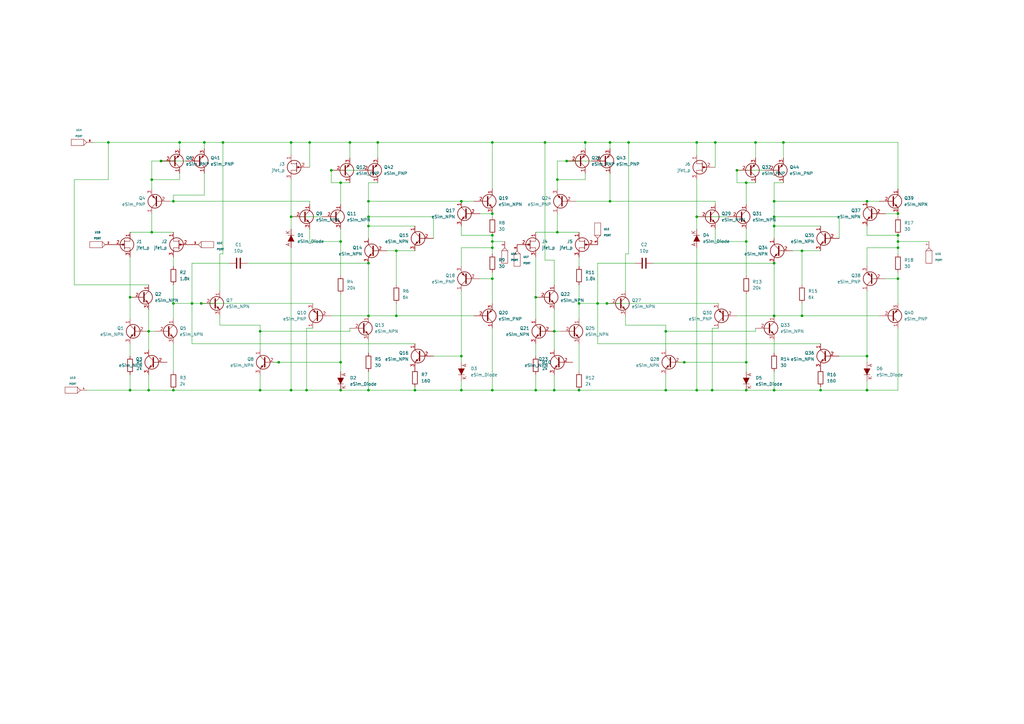
<source format=kicad_sch>
(kicad_sch (version 20211123) (generator eeschema)
  (paper "A3")
  (lib_symbols
    (symbol "eSim_Devices:capacitor" (pin_numbers hide) (pin_names (offset 0.254))
      (property "Reference" "C" (at 0.635 2.54 0))
      (property "Value" "capacitor" (at 0.635 -2.54 0))
      (symbol "capacitor_0_1"
        (polyline (pts (xy -2.032 -0.762) (xy 2.032 -0.762)) (stroke (width 0.508)))
        (polyline (pts (xy -2.032 0.762) (xy 2.032 0.762)) (stroke (width 0.508)))
      )
      (symbol "capacitor_1_1"
        (pin passive line (at 0 3.81 270) (length 2.794) (name "~") (number "1"))
        (pin passive line (at 0 -3.81 90) (length 2.794) (name "~") (number "2"))
      )
    )
    (symbol "eSim_Devices:eSim_Diode" (pin_numbers hide) (pin_names (offset 1.016) hide)
      (property "Reference" "D" (at 0 2.54 0))
      (property "Value" "eSim_Diode" (at 0 -2.54 0))
      (symbol "eSim_Diode_0_0"
        (text "A" (at -2.54 1.27 0) (effects (font (size 1.524 1.524))))
        (text "K" (at 2.54 1.27 0) (effects (font (size 1.524 1.524))))
      )
      (symbol "eSim_Diode_0_1"
        (polyline (pts (xy 1.27 1.27) (xy 1.27 -1.27)) (stroke (width 0.1524)))
        (polyline (pts (xy -1.27 1.27) (xy 1.27 0) (xy -1.27 -1.27)) (fill (type outline)))
      )
      (symbol "eSim_Diode_1_1"
        (pin passive line (at -3.81 0 0) (length 2.54) (name "A") (number "1"))
        (pin passive line (at 3.81 0 180) (length 2.54) (name "K") (number "2"))
      )
    )
    (symbol "eSim_Devices:eSim_NPN" (pin_names (offset 0) hide)
      (property "Reference" "Q" (at -2.54 1.27 0))
      (property "Value" "eSim_NPN" (at -1.27 3.81 0))
      (symbol "eSim_NPN_0_1"
        (polyline (pts (xy 0.635 0.635) (xy 2.54 2.54)))
        (polyline (pts (xy 0.635 -0.635) (xy 2.54 -2.54) (xy 2.54 -2.54)))
        (polyline (pts (xy 0.635 1.905) (xy 0.635 -1.905) (xy 0.635 -1.905)) (stroke (width 0.508)))
        (polyline (pts (xy 1.27 -1.778) (xy 1.778 -1.27) (xy 2.286 -2.286) (xy 1.27 -1.778) (xy 1.27 -1.778)) (fill (type outline)))
        (circle (center 1.27 0) (radius 2.8194) (stroke (width 0.254)))
      )
      (symbol "eSim_NPN_1_1"
        (pin passive line (at 2.54 5.08 270) (length 2.54) (name "C") (number "1"))
        (pin passive line (at -5.08 0 0) (length 5.715) (name "B") (number "2"))
        (pin passive line (at 2.54 -5.08 90) (length 2.54) (name "E") (number "3"))
      )
    )
    (symbol "eSim_Devices:eSim_PNP" (pin_names (offset 0) hide)
      (property "Reference" "Q" (at -2.54 1.27 0))
      (property "Value" "eSim_PNP" (at -1.27 3.81 0))
      (symbol "eSim_PNP_0_1"
        (polyline (pts (xy 0.635 0.635) (xy 2.54 2.54)))
        (polyline (pts (xy 0.635 -0.635) (xy 2.54 -2.54) (xy 2.54 -2.54)))
        (polyline (pts (xy 0.635 1.905) (xy 0.635 -1.905) (xy 0.635 -1.905)) (stroke (width 0.508)))
        (polyline (pts (xy 2.286 -1.778) (xy 1.778 -2.286) (xy 1.27 -1.27) (xy 2.286 -1.778) (xy 2.286 -1.778)) (fill (type outline)))
        (circle (center 1.27 0) (radius 2.8194) (stroke (width 0.254)))
      )
      (symbol "eSim_PNP_1_1"
        (pin passive line (at 2.54 5.08 270) (length 2.54) (name "C") (number "1"))
        (pin passive line (at -5.08 0 0) (length 5.715) (name "B") (number "2"))
        (pin passive line (at 2.54 -5.08 90) (length 2.54) (name "E") (number "3"))
      )
    )
    (symbol "eSim_Devices:jfet_p" (pin_names (offset 0) hide)
      (property "Reference" "J" (at -2.54 1.27 0))
      (property "Value" "jfet_p" (at -1.27 3.81 0))
      (symbol "jfet_p_0_1"
        (polyline (pts (xy 0.254 1.905) (xy 0.254 -1.905) (xy 0.254 -1.905)) (stroke (width 0.254)))
        (polyline (pts (xy 2.54 -2.54) (xy 2.54 -1.27) (xy 0.254 -1.27)))
        (polyline (pts (xy 2.54 2.54) (xy 2.54 1.397) (xy 0.254 1.397)))
        (polyline (pts (xy -1.143 0) (xy -0.127 0.381) (xy -0.127 -0.381) (xy -1.143 0)) (fill (type outline)))
        (circle (center 1.27 0) (radius 2.8194) (stroke (width 0.254)))
      )
      (symbol "jfet_p_1_1"
        (pin passive line (at 2.54 5.08 270) (length 2.54) (name "D") (number "1"))
        (pin passive line (at -5.08 0 0) (length 5.334) (name "G") (number "2"))
        (pin passive line (at 2.54 -5.08 90) (length 2.54) (name "S") (number "3"))
      )
    )
    (symbol "eSim_Devices:resistor" (pin_numbers hide) (pin_names (offset 0))
      (property "Reference" "R" (at 1.27 3.302 0))
      (property "Value" "resistor" (at 1.27 -1.27 0))
      (symbol "resistor_0_1"
        (rectangle (start 3.81 0.254) (end -1.27 2.286) (stroke (width 0.254)))
      )
      (symbol "resistor_1_1"
        (pin passive line (at -2.54 1.27 0) (length 1.27) (name "~") (number "1"))
        (pin passive line (at 5.08 1.27 180) (length 1.27) (name "~") (number "2"))
      )
    )
    (symbol "eSim_Miscellaneous:PORT" (pin_names (offset 1.016))
      (property "Reference" "U" (at 1.27 2.54 0))
      (property "Value" "PORT" (at 0 0 0))
      (symbol "PORT_0_1"
        (rectangle (start -2.54 1.27) (end 2.54 -1.27))
        (arc (start 2.54 1.27) (mid 3.1355 0.5955) (end 3.81 0))
        (arc (start 3.81 0) (mid 3.1447 -0.6046) (end 2.54 -1.27))
      )
      (symbol "PORT_1_1"
        (pin bidirectional line (at 6.35 0 180) (length 2.54) (name "~") (number "1"))
      )
      (symbol "PORT_2_1"
        (pin bidirectional line (at 6.35 0 180) (length 2.54) (name "~") (number "2"))
      )
      (symbol "PORT_3_1"
        (pin bidirectional line (at 6.35 0 180) (length 2.54) (name "~") (number "3"))
      )
      (symbol "PORT_4_1"
        (pin bidirectional line (at 6.35 0 180) (length 2.54) (name "~") (number "4"))
      )
      (symbol "PORT_5_1"
        (pin bidirectional line (at 6.35 0 180) (length 2.54) (name "~") (number "5"))
      )
      (symbol "PORT_6_1"
        (pin bidirectional line (at 6.35 0 180) (length 2.54) (name "~") (number "6"))
      )
      (symbol "PORT_7_1"
        (pin bidirectional line (at 6.35 0 180) (length 2.54) (name "~") (number "7"))
      )
      (symbol "PORT_8_1"
        (pin bidirectional line (at 6.35 0 180) (length 2.54) (name "~") (number "8"))
      )
      (symbol "PORT_9_1"
        (pin bidirectional line (at 6.35 0 180) (length 2.54) (name "~") (number "9"))
      )
      (symbol "PORT_10_1"
        (pin bidirectional line (at 6.35 0 180) (length 2.54) (name "~") (number "10"))
      )
      (symbol "PORT_11_1"
        (pin bidirectional line (at 6.35 0 180) (length 2.54) (name "~") (number "11"))
      )
      (symbol "PORT_12_1"
        (pin bidirectional line (at 6.35 0 180) (length 2.54) (name "~") (number "12"))
      )
      (symbol "PORT_13_1"
        (pin bidirectional line (at 6.35 0 180) (length 2.54) (name "~") (number "13"))
      )
      (symbol "PORT_14_1"
        (pin bidirectional line (at 6.35 0 180) (length 2.54) (name "~") (number "14"))
      )
      (symbol "PORT_15_1"
        (pin bidirectional line (at 6.35 0 180) (length 2.54) (name "~") (number "15"))
      )
      (symbol "PORT_16_1"
        (pin bidirectional line (at 6.35 0 180) (length 2.54) (name "~") (number "16"))
      )
      (symbol "PORT_17_1"
        (pin bidirectional line (at 6.35 0 180) (length 2.54) (name "~") (number "17"))
      )
      (symbol "PORT_18_1"
        (pin bidirectional line (at 6.35 0 180) (length 2.54) (name "~") (number "18"))
      )
      (symbol "PORT_19_1"
        (pin bidirectional line (at 6.35 0 180) (length 2.54) (name "~") (number "19"))
      )
      (symbol "PORT_20_1"
        (pin bidirectional line (at 6.35 0 180) (length 2.54) (name "~") (number "20"))
      )
      (symbol "PORT_21_1"
        (pin bidirectional line (at 6.35 0 180) (length 2.54) (name "~") (number "21"))
      )
      (symbol "PORT_22_1"
        (pin bidirectional line (at 6.35 0 180) (length 2.54) (name "~") (number "22"))
      )
      (symbol "PORT_23_1"
        (pin bidirectional line (at 6.35 0 180) (length 2.54) (name "~") (number "23"))
      )
      (symbol "PORT_24_1"
        (pin bidirectional line (at 6.35 0 180) (length 2.54) (name "~") (number "24"))
      )
      (symbol "PORT_25_1"
        (pin bidirectional line (at 6.35 0 180) (length 2.54) (name "~") (number "25"))
      )
      (symbol "PORT_26_1"
        (pin bidirectional line (at 6.35 0 180) (length 2.54) (name "~") (number "26"))
      )
    )
  )
  (junction (at 223.52 58.42))
  (junction (at 285.75 160.02))
  (junction (at 106.68 135.89))
  (junction (at 201.93 101.6))
  (junction (at 355.6 82.55))
  (junction (at 317.5 92.71))
  (junction (at 237.49 124.46))
  (junction (at 91.44 58.42))
  (junction (at 151.13 129.54))
  (junction (at 355.6 146.05))
  (junction (at 71.12 160.02))
  (junction (at 280.67 148.59))
  (junction (at 62.23 95.25))
  (junction (at 53.34 121.92))
  (junction (at 368.3 114.3))
  (junction (at 240.03 58.42))
  (junction (at 368.3 101.6))
  (junction (at 139.7 99.06))
  (junction (at 151.13 92.71))
  (junction (at 151.13 82.55))
  (junction (at 248.92 124.46))
  (junction (at 292.1 160.02))
  (junction (at 355.6 160.02))
  (junction (at 317.5 129.54))
  (junction (at 139.7 160.02))
  (junction (at 317.5 107.95))
  (junction (at 106.68 160.02))
  (junction (at 83.82 58.42))
  (junction (at 336.55 160.02))
  (junction (at 139.7 148.59))
  (junction (at 53.34 160.02))
  (junction (at 162.56 102.87))
  (junction (at 368.3 99.06))
  (junction (at 201.93 96.52))
  (junction (at 227.33 160.02))
  (junction (at 309.88 58.42))
  (junction (at 273.05 135.89))
  (junction (at 60.96 135.89))
  (junction (at 368.3 96.52))
  (junction (at 119.38 58.42))
  (junction (at 285.75 88.9))
  (junction (at 285.75 58.42))
  (junction (at 306.07 99.06))
  (junction (at 60.96 160.02))
  (junction (at 71.12 82.55))
  (junction (at 82.55 124.46))
  (junction (at 237.49 160.02))
  (junction (at 227.33 135.89))
  (junction (at 368.3 87.63))
  (junction (at 151.13 107.95))
  (junction (at 135.89 69.85))
  (junction (at 228.6 73.66))
  (junction (at 62.23 73.66))
  (junction (at 201.93 160.02))
  (junction (at 306.07 74.93))
  (junction (at 201.93 114.3))
  (junction (at 189.23 146.05))
  (junction (at 66.04 66.04))
  (junction (at 119.38 160.02))
  (junction (at 245.11 124.46))
  (junction (at 306.07 160.02))
  (junction (at 189.23 160.02))
  (junction (at 328.93 129.54))
  (junction (at 306.07 148.59))
  (junction (at 71.12 124.46))
  (junction (at 201.93 58.42))
  (junction (at 317.5 82.55))
  (junction (at 219.71 160.02))
  (junction (at 143.51 58.42))
  (junction (at 151.13 160.02))
  (junction (at 328.93 102.87))
  (junction (at 250.19 82.55))
  (junction (at 78.74 124.46))
  (junction (at 250.19 58.42))
  (junction (at 321.31 58.42))
  (junction (at 114.3 148.59))
  (junction (at 302.26 69.85))
  (junction (at 139.7 74.93))
  (junction (at 162.56 129.54))
  (junction (at 125.73 160.02))
  (junction (at 219.71 121.92))
  (junction (at 189.23 82.55))
  (junction (at 44.45 58.42))
  (junction (at 119.38 88.9))
  (junction (at 228.6 95.25))
  (junction (at 232.41 66.04))
  (junction (at 317.5 160.02))
  (junction (at 201.93 87.63))
  (junction (at 201.93 99.06))
  (junction (at 73.66 58.42))
  (junction (at 154.94 58.42))
  (junction (at 127 58.42))
  (junction (at 293.37 58.42))
  (junction (at 151.13 88.9))
  (junction (at 170.18 160.02))
  (junction (at 257.81 58.42))
  (junction (at 273.05 160.02))
  (junction (at 317.5 88.9))
  (wire (pts (xy 143.51 134.62) (xy 143.51 135.89)))
  (wire (pts (xy 219.71 140.97) (xy 219.71 146.05)))
  (wire (pts (xy 368.3 160.02) (xy 355.6 160.02)))
  (wire (pts (xy 306.07 120.65) (xy 306.07 148.59)))
  (wire (pts (xy 111.76 148.59) (xy 114.3 148.59)))
  (wire (pts (xy 139.7 74.93) (xy 139.7 83.82)))
  (wire (pts (xy 240.03 71.12) (xy 240.03 73.66)))
  (wire (pts (xy 143.51 135.89) (xy 106.68 135.89)))
  (wire (pts (xy 302.26 69.85) (xy 313.69 69.85)))
  (wire (pts (xy 302.26 74.93) (xy 306.07 74.93)))
  (wire (pts (xy 147.32 69.85) (xy 135.89 69.85)))
  (wire (pts (xy 237.49 105.41) (xy 237.49 109.22)))
  (wire (pts (xy 78.74 140.97) (xy 78.74 124.46)))
  (wire (pts (xy 336.55 140.97) (xy 245.11 140.97)))
  (wire (pts (xy 368.3 114.3) (xy 363.22 114.3)))
  (wire (pts (xy 35.56 160.02) (xy 53.34 160.02)))
  (wire (pts (xy 245.11 124.46) (xy 245.11 107.95)))
  (wire (pts (xy 62.23 66.04) (xy 62.23 73.66)))
  (wire (pts (xy 228.6 73.66) (xy 228.6 77.47)))
  (wire (pts (xy 60.96 116.84) (xy 30.48 116.84)))
  (wire (pts (xy 69.85 82.55) (xy 71.12 82.55)))
  (wire (pts (xy 106.68 160.02) (xy 71.12 160.02)))
  (wire (pts (xy 90.17 129.54) (xy 90.17 133.35)))
  (wire (pts (xy 201.93 99.06) (xy 207.01 99.06)))
  (wire (pts (xy 53.34 140.97) (xy 53.34 146.05)))
  (wire (pts (xy 151.13 74.93) (xy 151.13 82.55)))
  (wire (pts (xy 189.23 146.05) (xy 189.23 148.59)))
  (wire (pts (xy 154.94 58.42) (xy 154.94 64.77)))
  (wire (pts (xy 292.1 134.62) (xy 292.1 160.02)))
  (wire (pts (xy 189.23 119.38) (xy 189.23 146.05)))
  (wire (pts (xy 219.71 121.92) (xy 219.71 130.81)))
  (wire (pts (xy 285.75 160.02) (xy 292.1 160.02)))
  (wire (pts (xy 368.3 134.62) (xy 368.3 160.02)))
  (wire (pts (xy 78.74 107.95) (xy 93.98 107.95)))
  (wire (pts (xy 273.05 135.89) (xy 273.05 143.51)))
  (wire (pts (xy 127 83.82) (xy 127 82.55)))
  (wire (pts (xy 309.88 58.42) (xy 293.37 58.42)))
  (wire (pts (xy 278.13 148.59) (xy 280.67 148.59)))
  (wire (pts (xy 285.75 73.66) (xy 285.75 88.9)))
  (wire (pts (xy 189.23 109.22) (xy 189.23 101.6)))
  (wire (pts (xy 219.71 160.02) (xy 227.33 160.02)))
  (wire (pts (xy 250.19 82.55) (xy 293.37 82.55)))
  (wire (pts (xy 66.04 66.04) (xy 76.2 66.04)))
  (wire (pts (xy 355.6 156.21) (xy 355.6 160.02)))
  (wire (pts (xy 83.82 58.42) (xy 91.44 58.42)))
  (wire (pts (xy 336.55 160.02) (xy 317.5 160.02)))
  (wire (pts (xy 30.48 73.66) (xy 44.45 73.66)))
  (wire (pts (xy 267.97 107.95) (xy 317.5 107.95)))
  (wire (pts (xy 60.96 135.89) (xy 63.5 135.89)))
  (wire (pts (xy 62.23 87.63) (xy 62.23 95.25)))
  (wire (pts (xy 127 93.98) (xy 127 99.06)))
  (wire (pts (xy 154.94 58.42) (xy 143.51 58.42)))
  (wire (pts (xy 119.38 58.42) (xy 119.38 63.5)))
  (wire (pts (xy 201.93 58.42) (xy 154.94 58.42)))
  (wire (pts (xy 30.48 116.84) (xy 30.48 73.66)))
  (wire (pts (xy 143.51 64.77) (xy 143.51 58.42)))
  (wire (pts (xy 127 58.42) (xy 119.38 58.42)))
  (wire (pts (xy 285.75 88.9) (xy 285.75 93.98)))
  (wire (pts (xy 309.88 134.62) (xy 309.88 135.89)))
  (wire (pts (xy 355.6 146.05) (xy 355.6 148.59)))
  (wire (pts (xy 256.54 104.14) (xy 257.81 104.14)))
  (wire (pts (xy 317.5 139.7) (xy 317.5 144.78)))
  (wire (pts (xy 60.96 160.02) (xy 71.12 160.02)))
  (wire (pts (xy 106.68 135.89) (xy 106.68 143.51)))
  (wire (pts (xy 119.38 88.9) (xy 132.08 88.9)))
  (wire (pts (xy 53.34 95.25) (xy 62.23 95.25)))
  (wire (pts (xy 223.52 106.68) (xy 223.52 58.42)))
  (wire (pts (xy 135.89 129.54) (xy 151.13 129.54)))
  (wire (pts (xy 245.11 140.97) (xy 245.11 124.46)))
  (wire (pts (xy 201.93 87.63) (xy 196.85 87.63)))
  (wire (pts (xy 368.3 101.6) (xy 368.3 104.14)))
  (wire (pts (xy 285.75 58.42) (xy 285.75 63.5)))
  (wire (pts (xy 227.33 106.68) (xy 223.52 106.68)))
  (wire (pts (xy 256.54 119.38) (xy 256.54 104.14)))
  (wire (pts (xy 44.45 73.66) (xy 44.45 58.42)))
  (wire (pts (xy 293.37 68.58) (xy 293.37 58.42)))
  (wire (pts (xy 83.82 71.12) (xy 83.82 80.01)))
  (wire (pts (xy 273.05 160.02) (xy 285.75 160.02)))
  (wire (pts (xy 38.1 58.42) (xy 44.45 58.42)))
  (wire (pts (xy 189.23 146.05) (xy 177.8 146.05)))
  (wire (pts (xy 317.5 160.02) (xy 306.07 160.02)))
  (wire (pts (xy 306.07 99.06) (xy 306.07 113.03)))
  (wire (pts (xy 306.07 148.59) (xy 306.07 152.4)))
  (wire (pts (xy 201.93 99.06) (xy 201.93 101.6)))
  (wire (pts (xy 71.12 124.46) (xy 78.74 124.46)))
  (wire (pts (xy 158.75 102.87) (xy 162.56 102.87)))
  (wire (pts (xy 257.81 58.42) (xy 285.75 58.42)))
  (wire (pts (xy 151.13 92.71) (xy 151.13 97.79)))
  (wire (pts (xy 201.93 88.9) (xy 201.93 87.63)))
  (wire (pts (xy 151.13 92.71) (xy 170.18 92.71)))
  (wire (pts (xy 355.6 92.71) (xy 355.6 96.52)))
  (wire (pts (xy 227.33 116.84) (xy 227.33 106.68)))
  (wire (pts (xy 355.6 82.55) (xy 360.68 82.55)))
  (wire (pts (xy 355.6 101.6) (xy 368.3 101.6)))
  (wire (pts (xy 151.13 74.93) (xy 154.94 74.93)))
  (wire (pts (xy 273.05 153.67) (xy 273.05 160.02)))
  (wire (pts (xy 328.93 102.87) (xy 336.55 102.87)))
  (wire (pts (xy 328.93 116.84) (xy 328.93 102.87)))
  (wire (pts (xy 44.45 58.42) (xy 73.66 58.42)))
  (wire (pts (xy 71.12 116.84) (xy 71.12 124.46)))
  (wire (pts (xy 201.93 96.52) (xy 201.93 99.06)))
  (wire (pts (xy 227.33 135.89) (xy 227.33 143.51)))
  (wire (pts (xy 151.13 160.02) (xy 139.7 160.02)))
  (wire (pts (xy 201.93 77.47) (xy 201.93 58.42)))
  (wire (pts (xy 236.22 82.55) (xy 250.19 82.55)))
  (wire (pts (xy 237.49 140.97) (xy 237.49 152.4)))
  (wire (pts (xy 162.56 102.87) (xy 170.18 102.87)))
  (wire (pts (xy 119.38 73.66) (xy 119.38 88.9)))
  (wire (pts (xy 302.26 129.54) (xy 317.5 129.54)))
  (wire (pts (xy 228.6 87.63) (xy 228.6 95.25)))
  (wire (pts (xy 321.31 58.42) (xy 309.88 58.42)))
  (wire (pts (xy 293.37 83.82) (xy 293.37 82.55)))
  (wire (pts (xy 201.93 58.42) (xy 223.52 58.42)))
  (wire (pts (xy 306.07 74.93) (xy 309.88 74.93)))
  (wire (pts (xy 321.31 58.42) (xy 321.31 64.77)))
  (wire (pts (xy 53.34 160.02) (xy 60.96 160.02)))
  (wire (pts (xy 189.23 101.6) (xy 201.93 101.6)))
  (wire (pts (xy 306.07 99.06) (xy 306.07 93.98)))
  (wire (pts (xy 250.19 58.42) (xy 250.19 60.96)))
  (wire (pts (xy 83.82 80.01) (xy 71.12 80.01)))
  (wire (pts (xy 294.64 134.62) (xy 292.1 134.62)))
  (wire (pts (xy 201.93 111.76) (xy 201.93 114.3)))
  (wire (pts (xy 143.51 58.42) (xy 127 58.42)))
  (wire (pts (xy 368.3 111.76) (xy 368.3 114.3)))
  (wire (pts (xy 228.6 66.04) (xy 228.6 73.66)))
  (wire (pts (xy 368.3 87.63) (xy 363.22 87.63)))
  (wire (pts (xy 240.03 58.42) (xy 250.19 58.42)))
  (wire (pts (xy 237.49 124.46) (xy 245.11 124.46)))
  (wire (pts (xy 248.92 124.46) (xy 294.64 124.46)))
  (wire (pts (xy 73.66 60.96) (xy 73.66 58.42)))
  (wire (pts (xy 151.13 129.54) (xy 151.13 107.95)))
  (wire (pts (xy 292.1 160.02) (xy 306.07 160.02)))
  (wire (pts (xy 355.6 146.05) (xy 344.17 146.05)))
  (wire (pts (xy 201.93 134.62) (xy 201.93 160.02)))
  (wire (pts (xy 101.6 107.95) (xy 151.13 107.95)))
  (wire (pts (xy 189.23 160.02) (xy 170.18 160.02)))
  (wire (pts (xy 151.13 82.55) (xy 151.13 88.9)))
  (wire (pts (xy 250.19 58.42) (xy 257.81 58.42)))
  (wire (pts (xy 219.71 153.67) (xy 219.71 160.02)))
  (wire (pts (xy 245.11 107.95) (xy 260.35 107.95)))
  (wire (pts (xy 170.18 140.97) (xy 78.74 140.97)))
  (wire (pts (xy 368.3 99.06) (xy 368.3 101.6)))
  (wire (pts (xy 162.56 116.84) (xy 162.56 102.87)))
  (wire (pts (xy 328.93 124.46) (xy 328.93 129.54)))
  (wire (pts (xy 309.88 135.89) (xy 273.05 135.89)))
  (wire (pts (xy 106.68 160.02) (xy 119.38 160.02)))
  (wire (pts (xy 139.7 148.59) (xy 139.7 152.4)))
  (wire (pts (xy 135.89 69.85) (xy 135.89 74.93)))
  (wire (pts (xy 127 68.58) (xy 127 58.42)))
  (wire (pts (xy 302.26 69.85) (xy 302.26 74.93)))
  (wire (pts (xy 78.74 124.46) (xy 78.74 107.95)))
  (wire (pts (xy 201.93 160.02) (xy 189.23 160.02)))
  (wire (pts (xy 106.68 133.35) (xy 106.68 135.89)))
  (wire (pts (xy 139.7 99.06) (xy 139.7 113.03)))
  (wire (pts (xy 256.54 133.35) (xy 273.05 133.35)))
  (wire (pts (xy 135.89 74.93) (xy 139.7 74.93)))
  (wire (pts (xy 336.55 158.75) (xy 336.55 160.02)))
  (wire (pts (xy 71.12 82.55) (xy 127 82.55)))
  (wire (pts (xy 90.17 119.38) (xy 90.17 104.14)))
  (wire (pts (xy 66.04 66.04) (xy 62.23 66.04)))
  (wire (pts (xy 73.66 58.42) (xy 83.82 58.42)))
  (wire (pts (xy 201.93 124.46) (xy 201.93 114.3)))
  (wire (pts (xy 162.56 124.46) (xy 162.56 129.54)))
  (wire (pts (xy 151.13 129.54) (xy 162.56 129.54)))
  (wire (pts (xy 285.75 88.9) (xy 298.45 88.9)))
  (wire (pts (xy 189.23 96.52) (xy 201.93 96.52)))
  (wire (pts (xy 71.12 124.46) (xy 71.12 130.81)))
  (wire (pts (xy 245.11 124.46) (xy 248.92 124.46)))
  (wire (pts (xy 227.33 153.67) (xy 227.33 160.02)))
  (wire (pts (xy 355.6 119.38) (xy 355.6 146.05)))
  (wire (pts (xy 355.6 160.02) (xy 336.55 160.02)))
  (wire (pts (xy 317.5 74.93) (xy 321.31 74.93)))
  (wire (pts (xy 309.88 64.77) (xy 309.88 58.42)))
  (wire (pts (xy 151.13 152.4) (xy 151.13 160.02)))
  (wire (pts (xy 53.34 121.92) (xy 53.34 130.81)))
  (wire (pts (xy 170.18 158.75) (xy 170.18 160.02)))
  (wire (pts (xy 227.33 127) (xy 227.33 135.89)))
  (wire (pts (xy 223.52 58.42) (xy 240.03 58.42)))
  (wire (pts (xy 317.5 74.93) (xy 317.5 82.55)))
  (wire (pts (xy 317.5 152.4) (xy 317.5 160.02)))
  (wire (pts (xy 201.93 160.02) (xy 219.71 160.02)))
  (wire (pts (xy 91.44 58.42) (xy 91.44 104.14)))
  (wire (pts (xy 119.38 160.02) (xy 125.73 160.02)))
  (wire (pts (xy 237.49 116.84) (xy 237.49 124.46)))
  (wire (pts (xy 355.6 109.22) (xy 355.6 101.6)))
  (wire (pts (xy 317.5 88.9) (xy 317.5 92.71)))
  (wire (pts (xy 119.38 101.6) (xy 119.38 160.02)))
  (wire (pts (xy 219.71 105.41) (xy 219.71 121.92)))
  (wire (pts (xy 151.13 139.7) (xy 151.13 144.78)))
  (wire (pts (xy 201.93 101.6) (xy 201.93 104.14)))
  (wire (pts (xy 250.19 71.12) (xy 250.19 82.55)))
  (wire (pts (xy 256.54 129.54) (xy 256.54 133.35)))
  (wire (pts (xy 151.13 82.55) (xy 189.23 82.55)))
  (wire (pts (xy 317.5 82.55) (xy 317.5 88.9)))
  (wire (pts (xy 71.12 80.01) (xy 71.12 82.55)))
  (wire (pts (xy 317.5 129.54) (xy 328.93 129.54)))
  (wire (pts (xy 240.03 60.96) (xy 240.03 58.42)))
  (wire (pts (xy 189.23 156.21) (xy 189.23 160.02)))
  (wire (pts (xy 170.18 160.02) (xy 151.13 160.02)))
  (wire (pts (xy 139.7 74.93) (xy 143.51 74.93)))
  (wire (pts (xy 177.8 88.9) (xy 151.13 88.9)))
  (wire (pts (xy 106.68 153.67) (xy 106.68 160.02)))
  (wire (pts (xy 368.3 88.9) (xy 368.3 87.63)))
  (wire (pts (xy 344.17 88.9) (xy 317.5 88.9)))
  (wire (pts (xy 228.6 73.66) (xy 240.03 73.66)))
  (wire (pts (xy 227.33 160.02) (xy 237.49 160.02)))
  (wire (pts (xy 228.6 95.25) (xy 237.49 95.25)))
  (wire (pts (xy 90.17 104.14) (xy 91.44 104.14)))
  (wire (pts (xy 368.3 96.52) (xy 368.3 99.06)))
  (wire (pts (xy 62.23 95.25) (xy 71.12 95.25)))
  (wire (pts (xy 114.3 148.59) (xy 139.7 148.59)))
  (wire (pts (xy 219.71 95.25) (xy 228.6 95.25)))
  (wire (pts (xy 293.37 99.06) (xy 306.07 99.06)))
  (wire (pts (xy 151.13 88.9) (xy 151.13 92.71)))
  (wire (pts (xy 237.49 124.46) (xy 237.49 130.81)))
  (wire (pts (xy 82.55 124.46) (xy 128.27 124.46)))
  (wire (pts (xy 368.3 77.47) (xy 368.3 58.42)))
  (wire (pts (xy 232.41 66.04) (xy 228.6 66.04)))
  (wire (pts (xy 368.3 58.42) (xy 321.31 58.42)))
  (wire (pts (xy 189.23 82.55) (xy 194.31 82.55)))
  (wire (pts (xy 162.56 129.54) (xy 194.31 129.54)))
  (wire (pts (xy 344.17 97.79) (xy 344.17 88.9)))
  (wire (pts (xy 273.05 160.02) (xy 237.49 160.02)))
  (wire (pts (xy 293.37 93.98) (xy 293.37 99.06)))
  (wire (pts (xy 60.96 127) (xy 60.96 135.89)))
  (wire (pts (xy 125.73 134.62) (xy 125.73 160.02)))
  (wire (pts (xy 71.12 105.41) (xy 71.12 109.22)))
  (wire (pts (xy 317.5 92.71) (xy 336.55 92.71)))
  (wire (pts (xy 139.7 99.06) (xy 139.7 93.98)))
  (wire (pts (xy 73.66 71.12) (xy 73.66 73.66)))
  (wire (pts (xy 328.93 129.54) (xy 360.68 129.54)))
  (wire (pts (xy 368.3 99.06) (xy 381 99.06)))
  (wire (pts (xy 60.96 135.89) (xy 60.96 143.51)))
  (wire (pts (xy 125.73 160.02) (xy 139.7 160.02)))
  (wire (pts (xy 317.5 92.71) (xy 317.5 97.79)))
  (wire (pts (xy 257.81 104.14) (xy 257.81 58.42)))
  (wire (pts (xy 127 99.06) (xy 139.7 99.06)))
  (wire (pts (xy 201.93 114.3) (xy 196.85 114.3)))
  (wire (pts (xy 355.6 96.52) (xy 368.3 96.52)))
  (wire (pts (xy 227.33 135.89) (xy 229.87 135.89)))
  (wire (pts (xy 78.74 124.46) (xy 82.55 124.46)))
  (wire (pts (xy 62.23 73.66) (xy 73.66 73.66)))
  (wire (pts (xy 53.34 153.67) (xy 53.34 160.02)))
  (wire (pts (xy 177.8 97.79) (xy 177.8 88.9)))
  (wire (pts (xy 306.07 74.93) (xy 306.07 83.82)))
  (wire (pts (xy 189.23 92.71) (xy 189.23 96.52)))
  (wire (pts (xy 273.05 133.35) (xy 273.05 135.89)))
  (wire (pts (xy 317.5 82.55) (xy 355.6 82.55)))
  (wire (pts (xy 91.44 58.42) (xy 119.38 58.42)))
  (wire (pts (xy 60.96 153.67) (xy 60.96 160.02)))
  (wire (pts (xy 62.23 73.66) (xy 62.23 77.47)))
  (wire (pts (xy 119.38 88.9) (xy 119.38 93.98)))
  (wire (pts (xy 71.12 140.97) (xy 71.12 152.4)))
  (wire (pts (xy 90.17 133.35) (xy 106.68 133.35)))
  (wire (pts (xy 53.34 105.41) (xy 53.34 121.92)))
  (wire (pts (xy 139.7 120.65) (xy 139.7 148.59)))
  (wire (pts (xy 285.75 101.6) (xy 285.75 160.02)))
  (wire (pts (xy 128.27 134.62) (xy 125.73 134.62)))
  (wire (pts (xy 317.5 129.54) (xy 317.5 107.95)))
  (wire (pts (xy 232.41 66.04) (xy 242.57 66.04)))
  (wire (pts (xy 280.67 148.59) (xy 306.07 148.59)))
  (wire (pts (xy 368.3 124.46) (xy 368.3 114.3)))
  (wire (pts (xy 83.82 60.96) (xy 83.82 58.42)))
  (wire (pts (xy 293.37 58.42) (xy 285.75 58.42)))
  (wire (pts (xy 325.12 102.87) (xy 328.93 102.87)))
  (symbol (lib_id "eSim_Devices:jfet_p") (at 50.8 100.33 0) (unit 1)
    (property "Reference" "J1" (at 55.88 99.06 0) (effects (justify left)))
    (property "Value" "jfet_p" (at 55.88 101.6 0) (effects (justify left)))
  )
  (symbol (lib_id "eSim_Devices:eSim_PNP") (at 318.77 69.85 0) (mirror x) (unit 1)
    (property "Reference" "Q44" (at 323.85 68.58 0) (effects (justify left)))
    (property "Value" "eSim_PNP" (at 323.85 71.12 0) (effects (justify left)))
  )
  (symbol (lib_id "eSim_Devices:eSim_NPN") (at 68.58 135.89 0) (unit 1)
    (property "Reference" "Q5" (at 73.66 134.62 0) (effects (justify left)))
    (property "Value" "eSim_NPN" (at 73.66 137.16 0) (effects (justify left)))
  )
  (symbol (lib_id "eSim_Miscellaneous:PORT") (at 245.11 93.98 270) (unit 5)
    (property "Reference" "U1" (at 247.65 93.98 90) (effects (font (size 0.762 0.762)) (justify left)))
    (property "Value" "PORT" (at 247.65 96.52 90) (effects (font (size 0.762 0.762)) (justify left)))
  )
  (symbol (lib_id "eSim_Devices:eSim_NPN") (at 63.5 148.59 0) (mirror y) (unit 1)
    (property "Reference" "Q3" (at 58.42 147.32 0) (effects (justify left)))
    (property "Value" "eSim_NPN" (at 58.42 149.86 0) (effects (justify left)))
  )
  (symbol (lib_id "eSim_Devices:eSim_NPN") (at 199.39 82.55 0) (unit 1)
    (property "Reference" "Q19" (at 204.47 81.28 0) (effects (justify left)))
    (property "Value" "eSim_NPN" (at 204.47 83.82 0) (effects (justify left)))
  )
  (symbol (lib_id "eSim_Devices:eSim_NPN") (at 339.09 97.79 0) (mirror y) (unit 1)
    (property "Reference" "Q35" (at 334.01 96.52 0) (effects (justify left)))
    (property "Value" "eSim_NPN" (at 334.01 99.06 0) (effects (justify left)))
  )
  (symbol (lib_id "eSim_Devices:eSim_Diode") (at 306.07 156.21 270) (unit 1)
    (property "Reference" "D5" (at 309.88 154.9908 90) (effects (justify left)))
    (property "Value" "eSim_Diode" (at 309.88 157.5308 90) (effects (justify left)))
  )
  (symbol (lib_id "eSim_Devices:eSim_PNP") (at 64.77 82.55 180) (unit 1)
    (property "Reference" "Q4" (at 59.69 81.28 0) (effects (justify left)))
    (property "Value" "eSim_PNP" (at 59.69 83.82 0) (effects (justify left)))
  )
  (symbol (lib_id "eSim_Devices:jfet_p") (at 240.03 100.33 0) (mirror y) (unit 1)
    (property "Reference" "J5" (at 234.95 99.06 0) (effects (justify left)))
    (property "Value" "jfet_p" (at 234.95 101.6 0) (effects (justify left)))
  )
  (symbol (lib_id "eSim_Devices:eSim_PNP") (at 199.39 129.54 0) (mirror x) (unit 1)
    (property "Reference" "Q20" (at 204.47 128.27 0) (effects (justify left)))
    (property "Value" "eSim_PNP" (at 204.47 130.81 0) (effects (justify left)))
  )
  (symbol (lib_id "eSim_Devices:resistor") (at 238.76 114.3 90) (unit 1)
    (property "Reference" "R11" (at 240.03 111.76 90) (effects (justify right)))
    (property "Value" "1.8k" (at 240.03 114.3 90) (effects (justify right)))
  )
  (symbol (lib_id "eSim_Miscellaneous:PORT") (at 85.09 100.33 180) (unit 3)
    (property "Reference" "U1" (at 88.9 99.695 0) (effects (font (size 0.762 0.762)) (justify right)))
    (property "Value" "PORT" (at 88.9 102.235 0) (effects (font (size 0.762 0.762)) (justify right)))
  )
  (symbol (lib_id "eSim_Devices:resistor") (at 369.57 93.98 90) (unit 1)
    (property "Reference" "R17" (at 370.84 91.44 90) (effects (justify right)))
    (property "Value" "30" (at 370.84 93.98 90) (effects (justify right)))
  )
  (symbol (lib_id "eSim_Devices:eSim_NPN") (at 222.25 135.89 0) (mirror y) (unit 1)
    (property "Reference" "Q21" (at 217.17 134.62 0) (effects (justify left)))
    (property "Value" "eSim_NPN" (at 217.17 137.16 0) (effects (justify left)))
  )
  (symbol (lib_id "eSim_Devices:eSim_NPN") (at 153.67 102.87 0) (mirror y) (unit 1)
    (property "Reference" "Q14" (at 148.59 101.6 0) (effects (justify left)))
    (property "Value" "eSim_NPN" (at 148.59 104.14 0) (effects (justify left)))
  )
  (symbol (lib_id "eSim_Devices:resistor") (at 203.2 93.98 90) (unit 1)
    (property "Reference" "R8" (at 204.47 91.44 90) (effects (justify right)))
    (property "Value" "30" (at 204.47 93.98 90) (effects (justify right)))
  )
  (symbol (lib_id "eSim_Devices:eSim_PNP") (at 71.12 66.04 0) (mirror x) (unit 1)
    (property "Reference" "Q6" (at 76.2 64.77 0) (effects (justify left)))
    (property "Value" "eSim_PNP" (at 76.2 67.31 0) (effects (justify left)))
  )
  (symbol (lib_id "eSim_Devices:eSim_Diode") (at 285.75 97.79 90) (unit 1)
    (property "Reference" "D4" (at 288.29 96.4692 90) (effects (justify right)))
    (property "Value" "eSim_Diode" (at 288.29 99.0092 90) (effects (justify right)))
  )
  (symbol (lib_id "eSim_Miscellaneous:PORT") (at 207.01 105.41 90) (unit 1)
    (property "Reference" "U1" (at 209.55 104.14 90) (effects (font (size 0.762 0.762)) (justify right)))
    (property "Value" "PORT" (at 209.55 106.68 90) (effects (font (size 0.762 0.762)) (justify right)))
  )
  (symbol (lib_id "eSim_Devices:eSim_PNP") (at 231.14 82.55 180) (unit 1)
    (property "Reference" "Q24" (at 226.06 81.28 0) (effects (justify left)))
    (property "Value" "eSim_PNP" (at 226.06 83.82 0) (effects (justify left)))
  )
  (symbol (lib_id "eSim_Devices:capacitor") (at 264.16 107.95 90) (unit 1)
    (property "Reference" "C2" (at 264.16 100.33 90))
    (property "Value" "10p" (at 264.16 102.87 90))
  )
  (symbol (lib_id "eSim_Devices:eSim_PNP") (at 140.97 69.85 0) (mirror x) (unit 1)
    (property "Reference" "Q12" (at 146.05 68.58 0) (effects (justify left)))
    (property "Value" "eSim_PNP" (at 146.05 71.12 0) (effects (justify left)))
  )
  (symbol (lib_id "eSim_Devices:eSim_NPN") (at 339.09 146.05 0) (mirror y) (unit 1)
    (property "Reference" "Q36" (at 334.01 144.78 0) (effects (justify left)))
    (property "Value" "eSim_NPN" (at 334.01 147.32 0) (effects (justify left)))
  )
  (symbol (lib_id "eSim_Devices:resistor") (at 220.98 151.13 90) (unit 1)
    (property "Reference" "R10" (at 222.25 148.59 90) (effects (justify right)))
    (property "Value" "2k" (at 222.25 151.13 90) (effects (justify right)))
  )
  (symbol (lib_id "eSim_Devices:resistor") (at 140.97 118.11 90) (unit 1)
    (property "Reference" "R4" (at 142.24 115.57 90) (effects (justify right)))
    (property "Value" "20k" (at 142.24 118.11 90) (effects (justify right)))
  )
  (symbol (lib_id "eSim_Miscellaneous:PORT") (at 381 105.41 90) (unit 7)
    (property "Reference" "U1" (at 383.54 104.14 90) (effects (font (size 0.762 0.762)) (justify right)))
    (property "Value" "PORT" (at 383.54 106.68 90) (effects (font (size 0.762 0.762)) (justify right)))
  )
  (symbol (lib_id "eSim_Devices:eSim_NPN") (at 148.59 134.62 0) (unit 1)
    (property "Reference" "Q13" (at 153.67 133.35 0) (effects (justify left)))
    (property "Value" "eSim_NPN" (at 153.67 135.89 0) (effects (justify left)))
  )
  (symbol (lib_id "eSim_Devices:eSim_NPN") (at 224.79 121.92 0) (unit 1)
    (property "Reference" "Q22" (at 229.87 120.65 0) (effects (justify left)))
    (property "Value" "eSim_NPN" (at 229.87 123.19 0) (effects (justify left)))
  )
  (symbol (lib_id "eSim_Devices:resistor") (at 330.2 121.92 90) (unit 1)
    (property "Reference" "R15" (at 331.47 119.38 90) (effects (justify right)))
    (property "Value" "6k" (at 331.47 121.92 90) (effects (justify right)))
  )
  (symbol (lib_id "eSim_Devices:eSim_NPN") (at 172.72 97.79 0) (mirror y) (unit 1)
    (property "Reference" "Q15" (at 167.64 96.52 0) (effects (justify left)))
    (property "Value" "eSim_NPN" (at 167.64 99.06 0) (effects (justify left)))
  )
  (symbol (lib_id "eSim_Devices:eSim_Diode") (at 355.6 152.4 270) (unit 1)
    (property "Reference" "D6" (at 359.41 151.1808 90) (effects (justify left)))
    (property "Value" "eSim_Diode" (at 359.41 153.7208 90) (effects (justify left)))
  )
  (symbol (lib_id "eSim_Devices:resistor") (at 72.39 114.3 90) (unit 1)
    (property "Reference" "R2" (at 73.66 111.76 90) (effects (justify right)))
    (property "Value" "1.8k" (at 73.66 114.3 90) (effects (justify right)))
  )
  (symbol (lib_id "eSim_Devices:eSim_NPN") (at 109.22 148.59 0) (mirror y) (unit 1)
    (property "Reference" "Q8" (at 104.14 147.32 0) (effects (justify left)))
    (property "Value" "eSim_NPN" (at 104.14 149.86 0) (effects (justify left)))
  )
  (symbol (lib_id "eSim_Devices:eSim_PNP") (at 297.18 129.54 180) (unit 1)
    (property "Reference" "Q30" (at 292.1 128.27 0) (effects (justify left)))
    (property "Value" "eSim_PNP" (at 292.1 130.81 0) (effects (justify left)))
  )
  (symbol (lib_id "eSim_Devices:resistor") (at 203.2 109.22 90) (unit 1)
    (property "Reference" "R9" (at 204.47 106.68 90) (effects (justify right)))
    (property "Value" "30" (at 204.47 109.22 90) (effects (justify right)))
  )
  (symbol (lib_id "eSim_Devices:eSim_NPN") (at 124.46 88.9 0) (unit 1)
    (property "Reference" "Q9" (at 129.54 87.63 0) (effects (justify left)))
    (property "Value" "eSim_NPN" (at 129.54 90.17 0) (effects (justify left)))
  )
  (symbol (lib_id "eSim_Devices:eSim_PNP") (at 365.76 129.54 0) (mirror x) (unit 1)
    (property "Reference" "Q40" (at 370.84 128.27 0) (effects (justify left)))
    (property "Value" "eSim_PNP" (at 370.84 130.81 0) (effects (justify left)))
  )
  (symbol (lib_id "eSim_Devices:resistor") (at 152.4 149.86 90) (unit 1)
    (property "Reference" "R5" (at 153.67 147.32 90) (effects (justify right)))
    (property "Value" "30" (at 153.67 149.86 90) (effects (justify right)))
  )
  (symbol (lib_id "eSim_Devices:eSim_NPN") (at 172.72 146.05 0) (mirror y) (unit 1)
    (property "Reference" "Q16" (at 167.64 144.78 0) (effects (justify left)))
    (property "Value" "eSim_NPN" (at 167.64 147.32 0) (effects (justify left)))
  )
  (symbol (lib_id "eSim_Devices:resistor") (at 238.76 157.48 90) (unit 1)
    (property "Reference" "R12" (at 240.03 154.94 90) (effects (justify right)))
    (property "Value" "2k" (at 240.03 157.48 90) (effects (justify right)))
  )
  (symbol (lib_id "eSim_Devices:eSim_Diode") (at 119.38 97.79 90) (unit 1)
    (property "Reference" "D1" (at 121.92 96.4692 90) (effects (justify right)))
    (property "Value" "eSim_Diode" (at 121.92 99.0092 90) (effects (justify right)))
  )
  (symbol (lib_id "eSim_Devices:eSim_NPN") (at 290.83 88.9 0) (unit 1)
    (property "Reference" "Q29" (at 295.91 87.63 0) (effects (justify left)))
    (property "Value" "eSim_NPN" (at 295.91 90.17 0) (effects (justify left)))
  )
  (symbol (lib_id "eSim_Devices:eSim_NPN") (at 191.77 87.63 0) (mirror y) (unit 1)
    (property "Reference" "Q17" (at 186.69 86.36 0) (effects (justify left)))
    (property "Value" "eSim_NPN" (at 186.69 88.9 0) (effects (justify left)))
  )
  (symbol (lib_id "eSim_Devices:resistor") (at 369.57 109.22 90) (unit 1)
    (property "Reference" "R18" (at 370.84 106.68 90) (effects (justify right)))
    (property "Value" "30" (at 370.84 109.22 90) (effects (justify right)))
  )
  (symbol (lib_id "eSim_Devices:jfet_p") (at 73.66 100.33 0) (mirror y) (unit 1)
    (property "Reference" "J2" (at 68.58 99.06 0) (effects (justify left)))
    (property "Value" "jfet_p" (at 68.58 101.6 0) (effects (justify left)))
  )
  (symbol (lib_id "eSim_Devices:resistor") (at 72.39 157.48 90) (unit 1)
    (property "Reference" "R3" (at 73.66 154.94 90) (effects (justify right)))
    (property "Value" "2k" (at 73.66 157.48 90) (effects (justify right)))
  )
  (symbol (lib_id "eSim_Devices:eSim_NPN") (at 303.53 88.9 0) (unit 1)
    (property "Reference" "Q31" (at 308.61 87.63 0) (effects (justify left)))
    (property "Value" "eSim_NPN" (at 308.61 90.17 0) (effects (justify left)))
  )
  (symbol (lib_id "eSim_Devices:eSim_PNP") (at 247.65 66.04 0) (mirror x) (unit 1)
    (property "Reference" "Q43" (at 252.73 64.77 0) (effects (justify left)))
    (property "Value" "eSim_PNP" (at 252.73 67.31 0) (effects (justify left)))
  )
  (symbol (lib_id "eSim_Devices:resistor") (at 163.83 121.92 90) (unit 1)
    (property "Reference" "R6" (at 165.1 119.38 90) (effects (justify right)))
    (property "Value" "6k" (at 165.1 121.92 90) (effects (justify right)))
  )
  (symbol (lib_id "eSim_Miscellaneous:PORT") (at 212.09 106.68 90) (unit 6)
    (property "Reference" "U1" (at 214.63 105.41 90) (effects (font (size 0.762 0.762)) (justify right)))
    (property "Value" "PORT" (at 214.63 107.95 90) (effects (font (size 0.762 0.762)) (justify right)))
  )
  (symbol (lib_id "eSim_Devices:capacitor") (at 97.79 107.95 90) (unit 1)
    (property "Reference" "C1" (at 97.79 100.33 90))
    (property "Value" "10p" (at 97.79 102.87 90))
  )
  (symbol (lib_id "eSim_Devices:jfet_p") (at 121.92 68.58 0) (mirror y) (unit 1)
    (property "Reference" "J3" (at 116.84 67.31 0) (effects (justify left)))
    (property "Value" "jfet_p" (at 116.84 69.85 0) (effects (justify left)))
  )
  (symbol (lib_id "eSim_Devices:resistor") (at 54.61 151.13 90) (unit 1)
    (property "Reference" "R1" (at 55.88 148.59 90) (effects (justify right)))
    (property "Value" "2k" (at 55.88 151.13 90) (effects (justify right)))
  )
  (symbol (lib_id "eSim_Devices:eSim_NPN") (at 137.16 88.9 0) (unit 1)
    (property "Reference" "Q11" (at 142.24 87.63 0) (effects (justify left)))
    (property "Value" "eSim_NPN" (at 142.24 90.17 0) (effects (justify left)))
  )
  (symbol (lib_id "eSim_Devices:eSim_PNP") (at 130.81 129.54 180) (unit 1)
    (property "Reference" "Q10" (at 125.73 128.27 0) (effects (justify left)))
    (property "Value" "eSim_PNP" (at 125.73 130.81 0) (effects (justify left)))
  )
  (symbol (lib_id "eSim_Devices:resistor") (at 171.45 156.21 90) (unit 1)
    (property "Reference" "R7" (at 172.72 153.67 90) (effects (justify right)))
    (property "Value" "160" (at 172.72 156.21 90) (effects (justify right)))
  )
  (symbol (lib_id "eSim_Devices:eSim_NPN") (at 55.88 135.89 0) (mirror y) (unit 1)
    (property "Reference" "Q1" (at 50.8 134.62 0) (effects (justify left)))
    (property "Value" "eSim_NPN" (at 50.8 137.16 0) (effects (justify left)))
  )
  (symbol (lib_id "eSim_Miscellaneous:PORT") (at 39.37 100.33 0) (unit 2)
    (property "Reference" "U1" (at 40.005 95.25 0) (effects (font (size 0.762 0.762))))
    (property "Value" "PORT" (at 40.005 97.79 0) (effects (font (size 0.762 0.762))))
  )
  (symbol (lib_id "eSim_Devices:resistor") (at 307.34 118.11 90) (unit 1)
    (property "Reference" "R13" (at 308.61 115.57 90) (effects (justify right)))
    (property "Value" "20k" (at 308.61 118.11 90) (effects (justify right)))
  )
  (symbol (lib_id "eSim_Devices:resistor") (at 318.77 149.86 90) (unit 1)
    (property "Reference" "R14" (at 320.04 147.32 90) (effects (justify right)))
    (property "Value" "30" (at 320.04 149.86 90) (effects (justify right)))
  )
  (symbol (lib_id "eSim_Devices:eSim_Diode") (at 139.7 156.21 270) (unit 1)
    (property "Reference" "D2" (at 143.51 154.9908 90) (effects (justify left)))
    (property "Value" "eSim_Diode" (at 143.51 157.5308 90) (effects (justify left)))
  )
  (symbol (lib_id "eSim_Devices:eSim_NPN") (at 275.59 148.59 0) (mirror y) (unit 1)
    (property "Reference" "Q28" (at 270.51 147.32 0) (effects (justify left)))
    (property "Value" "eSim_NPN" (at 270.51 149.86 0) (effects (justify left)))
  )
  (symbol (lib_id "eSim_Devices:eSim_NPN") (at 320.04 102.87 0) (mirror y) (unit 1)
    (property "Reference" "Q34" (at 314.96 101.6 0) (effects (justify left)))
    (property "Value" "eSim_NPN" (at 314.96 104.14 0) (effects (justify left)))
  )
  (symbol (lib_id "eSim_Devices:resistor") (at 337.82 156.21 90) (unit 1)
    (property "Reference" "R16" (at 339.09 153.67 90) (effects (justify right)))
    (property "Value" "160" (at 339.09 156.21 90) (effects (justify right)))
  )
  (symbol (lib_id "eSim_Devices:eSim_NPN") (at 358.14 87.63 0) (mirror y) (unit 1)
    (property "Reference" "Q37" (at 353.06 86.36 0) (effects (justify left)))
    (property "Value" "eSim_NPN" (at 353.06 88.9 0) (effects (justify left)))
  )
  (symbol (lib_id "eSim_Miscellaneous:PORT") (at 29.21 160.02 0) (unit 4)
    (property "Reference" "U1" (at 29.845 154.94 0) (effects (font (size 0.762 0.762))))
    (property "Value" "PORT" (at 29.845 157.48 0) (effects (font (size 0.762 0.762))))
  )
  (symbol (lib_id "eSim_Devices:eSim_NPN") (at 234.95 135.89 0) (unit 1)
    (property "Reference" "Q25" (at 240.03 134.62 0) (effects (justify left)))
    (property "Value" "eSim_NPN" (at 240.03 137.16 0) (effects (justify left)))
  )
  (symbol (lib_id "eSim_Devices:jfet_p") (at 288.29 68.58 0) (mirror y) (unit 1)
    (property "Reference" "J6" (at 283.21 67.31 0) (effects (justify left)))
    (property "Value" "jfet_p" (at 283.21 69.85 0) (effects (justify left)))
  )
  (symbol (lib_id "eSim_Devices:eSim_PNP") (at 237.49 66.04 0) (mirror x) (unit 1)
    (property "Reference" "Q26" (at 242.57 64.77 0) (effects (justify left)))
    (property "Value" "eSim_PNP" (at 242.57 67.31 0) (effects (justify left)))
  )
  (symbol (lib_id "eSim_Devices:eSim_NPN") (at 229.87 148.59 0) (mirror y) (unit 1)
    (property "Reference" "Q23" (at 224.79 147.32 0) (effects (justify left)))
    (property "Value" "eSim_NPN" (at 224.79 149.86 0) (effects (justify left)))
  )
  (symbol (lib_id "eSim_Devices:eSim_NPN") (at 87.63 124.46 0) (unit 1)
    (property "Reference" "Q7" (at 92.71 123.19 0) (effects (justify left)))
    (property "Value" "eSim_NPN" (at 92.71 125.73 0) (effects (justify left)))
  )
  (symbol (lib_id "eSim_Devices:jfet_p") (at 217.17 100.33 0) (unit 1)
    (property "Reference" "J4" (at 222.25 99.06 0) (effects (justify left)))
    (property "Value" "jfet_p" (at 222.25 101.6 0) (effects (justify left)))
  )
  (symbol (lib_id "eSim_Devices:eSim_PNP") (at 191.77 114.3 180) (unit 1)
    (property "Reference" "Q18" (at 186.69 113.03 0) (effects (justify left)))
    (property "Value" "eSim_PNP" (at 186.69 115.57 0) (effects (justify left)))
  )
  (symbol (lib_id "eSim_Devices:eSim_NPN") (at 58.42 121.92 0) (unit 1)
    (property "Reference" "Q2" (at 63.5 120.65 0) (effects (justify left)))
    (property "Value" "eSim_NPN" (at 63.5 123.19 0) (effects (justify left)))
  )
  (symbol (lib_id "eSim_Devices:eSim_NPN") (at 365.76 82.55 0) (unit 1)
    (property "Reference" "Q39" (at 370.84 81.28 0) (effects (justify left)))
    (property "Value" "eSim_NPN" (at 370.84 83.82 0) (effects (justify left)))
  )
  (symbol (lib_id "eSim_Devices:eSim_NPN") (at 314.96 134.62 0) (unit 1)
    (property "Reference" "Q33" (at 320.04 133.35 0) (effects (justify left)))
    (property "Value" "eSim_NPN" (at 320.04 135.89 0) (effects (justify left)))
  )
  (symbol (lib_id "eSim_Devices:eSim_PNP") (at 358.14 114.3 180) (unit 1)
    (property "Reference" "Q38" (at 353.06 113.03 0) (effects (justify left)))
    (property "Value" "eSim_PNP" (at 353.06 115.57 0) (effects (justify left)))
  )
  (symbol (lib_id "eSim_Miscellaneous:PORT") (at 31.75 58.42 0) (unit 8)
    (property "Reference" "U1" (at 32.385 53.34 0) (effects (font (size 0.762 0.762))))
    (property "Value" "PORT" (at 32.385 55.88 0) (effects (font (size 0.762 0.762))))
  )
  (symbol (lib_id "eSim_Devices:eSim_NPN") (at 254 124.46 0) (unit 1)
    (property "Reference" "Q27" (at 259.08 123.19 0) (effects (justify left)))
    (property "Value" "eSim_NPN" (at 259.08 125.73 0) (effects (justify left)))
  )
  (symbol (lib_id "eSim_Devices:eSim_PNP") (at 152.4 69.85 0) (mirror x) (unit 1)
    (property "Reference" "Q42" (at 157.48 68.58 0) (effects (justify left)))
    (property "Value" "eSim_PNP" (at 157.48 71.12 0) (effects (justify left)))
  )
  (symbol (lib_id "eSim_Devices:eSim_PNP") (at 81.28 66.04 0) (mirror x) (unit 1)
    (property "Reference" "Q41" (at 86.36 64.77 0) (effects (justify left)))
    (property "Value" "eSim_PNP" (at 86.36 67.31 0) (effects (justify left)))
  )
  (symbol (lib_id "eSim_Devices:eSim_Diode") (at 189.23 152.4 270) (unit 1)
    (property "Reference" "D3" (at 193.04 151.1808 90) (effects (justify left)))
    (property "Value" "eSim_Diode" (at 193.04 153.7208 90) (effects (justify left)))
  )
  (symbol (lib_id "eSim_Devices:eSim_PNP") (at 307.34 69.85 0) (mirror x) (unit 1)
    (property "Reference" "Q32" (at 312.42 68.58 0) (effects (justify left)))
    (property "Value" "eSim_PNP" (at 312.42 71.12 0) (effects (justify left)))
  )
)
</source>
